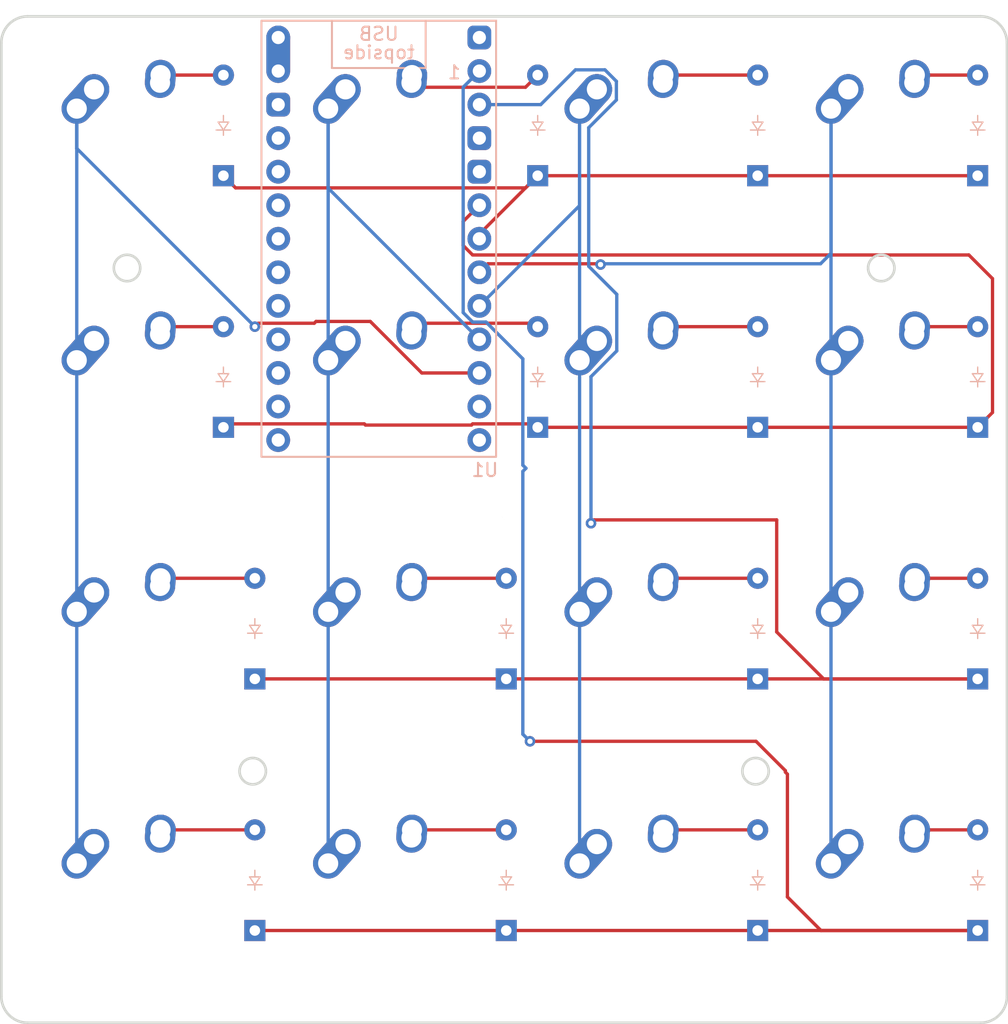
<source format=kicad_pcb>
(kicad_pcb (version 20241229) (generator "pcbnew") (generator_version "9.0")
  (layers (0 "F.Cu" signal) (2 "B.Cu" signal) (13 "F.Paste" user) (15 "B.Paste" user) (5 "F.SilkS" user "F.Silkscreen") (7 "B.SilkS" user "B.Silkscreen") (1 "F.Mask" user) (3 "B.Mask" user) (25 "Edge.Cuts" user))
  (net 0 "")
  (net 1 "Net-(D1-A)")
  (net 2 "Col 0")
  (net 3 "Net-(D2-A)")
  (net 4 "Col 1")
  (net 5 "Col 2")
  (net 6 "Net-(D3-A)")
  (net 7 "Col 3")
  (net 8 "Net-(D4-A)")
  (net 9 "Net-(D5-A)")
  (net 10 "Net-(D6-A)")
  (net 11 "Net-(D7-A)")
  (net 12 "Net-(D8-A)")
  (net 13 "Net-(D9-A)")
  (net 14 "Net-(D10-A)")
  (net 15 "Net-(D11-A)")
  (net 16 "Net-(D12-A)")
  (net 17 "Net-(D13-A)")
  (net 18 "Net-(D14-A)")
  (net 19 "Net-(D15-A)")
  (net 20 "Net-(D16-A)")
  (net 21 "Row 2")
  (net 22 "Row 3")
  (net 23 "Row 1")
  (net 24 "Row 0")
  (footprint "MX_Alps_Hybrid:MX-Alps-Hybrid-1U" (layer "F.Cu") (at 102.235 90.805)
    (property "Reference" "S16")
    (property "Value" "Keyswitch")
    (pad "" np_thru_hole circle (at -5.08 0 48.099) (size 1.7018 1.7018) (drill 1.7018) (layers "*.Cu" "*.Mask"))
    (pad "" np_thru_hole circle (at 0 0) (size 3.9878 3.9878) (drill 3.9878) (layers "*.Cu" "*.Mask"))
    (pad "" np_thru_hole circle (at 5.08 0 48.099) (size 1.7018 1.7018) (drill 1.7018) (layers "*.Cu" "*.Mask"))
    (pad "1" thru_hole oval (at -3.81 -2.54 48.099) (size 4.261556 2.3) (drill 1.524 (offset 0.980778 0)) (layers "*.Cu" "B.Mask") (net 7 "Col 3"))
    (pad "1" thru_hole circle (at -2.5 -4) (size 2.3 2.3) (drill 1.524) (layers "*.Cu" "B.Mask") (net 7 "Col 3"))
    (pad "2" thru_hole oval (at 2.5 -4.5 86.054) (size 2.881378 2.3) (drill 1.524 (offset 0.290689 0)) (layers "*.Cu" "B.Mask") (net 20 "Net-(D16-A)"))
    (pad "2" thru_hole circle (at 2.54 -5.08) (size 2.3 2.3) (drill 1.524) (layers "*.Cu" "B.Mask") (net 20 "Net-(D16-A)"))
  )
  (footprint "MX_Alps_Hybrid:MX-Alps-Hybrid-1U" (layer "F.Cu") (at 64.135 33.655)
    (property "Reference" "S2")
    (property "Value" "Keyswitch" (hide yes))
    (pad "" np_thru_hole circle (at -5.08 0 48.099) (size 1.7018 1.7018) (drill 1.7018) (layers "*.Cu" "*.Mask"))
    (pad "" np_thru_hole circle (at 0 0) (size 3.9878 3.9878) (drill 3.9878) (layers "*.Cu" "*.Mask"))
    (pad "" np_thru_hole circle (at 5.08 0 48.099) (size 1.7018 1.7018) (drill 1.7018) (layers "*.Cu" "*.Mask"))
    (pad "1" thru_hole oval (at -3.81 -2.54 48.099) (size 4.261556 2.3) (drill 1.524 (offset 0.980778 0)) (layers "*.Cu" "B.Mask") (net 4 "Col 1"))
    (pad "1" thru_hole circle (at -2.5 -4) (size 2.3 2.3) (drill 1.524) (layers "*.Cu" "B.Mask") (net 4 "Col 1"))
    (pad "2" thru_hole oval (at 2.5 -4.5 86.054) (size 2.881378 2.3) (drill 1.524 (offset 0.290689 0)) (layers "*.Cu" "B.Mask") (net 3 "Net-(D2-A)"))
    (pad "2" thru_hole circle (at 2.54 -5.08) (size 2.3 2.3) (drill 1.524) (layers "*.Cu" "B.Mask") (net 3 "Net-(D2-A)"))
  )
  (footprint "MX_Alps_Hybrid:MX-Alps-Hybrid-1U" (layer "F.Cu") (at 83.185 71.755)
    (property "Reference" "S11")
    (property "Value" "Keyswitch")
    (pad "" np_thru_hole circle (at -5.08 0 48.099) (size 1.7018 1.7018) (drill 1.7018) (layers "*.Cu" "*.Mask"))
    (pad "" np_thru_hole circle (at 0 0) (size 3.9878 3.9878) (drill 3.9878) (layers "*.Cu" "*.Mask"))
    (pad "" np_thru_hole circle (at 5.08 0 48.099) (size 1.7018 1.7018) (drill 1.7018) (layers "*.Cu" "*.Mask"))
    (pad "1" thru_hole oval (at -3.81 -2.54 48.099) (size 4.261556 2.3) (drill 1.524 (offset 0.980778 0)) (layers "*.Cu" "B.Mask") (net 5 "Col 2"))
    (pad "1" thru_hole circle (at -2.5 -4) (size 2.3 2.3) (drill 1.524) (layers "*.Cu" "B.Mask") (net 5 "Col 2"))
    (pad "2" thru_hole oval (at 2.5 -4.5 86.054) (size 2.881378 2.3) (drill 1.524 (offset 0.290689 0)) (layers "*.Cu" "B.Mask") (net 15 "Net-(D11-A)"))
    (pad "2" thru_hole circle (at 2.54 -5.08) (size 2.3 2.3) (drill 1.524) (layers "*.Cu" "B.Mask") (net 15 "Net-(D11-A)"))
  )
  (footprint "MX_Alps_Hybrid:MX-Alps-Hybrid-1U" (layer "F.Cu") (at 83.185 52.705)
    (property "Reference" "S7")
    (property "Value" "Keyswitch")
    (pad "" np_thru_hole circle (at -5.08 0 48.099) (size 1.7018 1.7018) (drill 1.7018) (layers "*.Cu" "*.Mask"))
    (pad "" np_thru_hole circle (at 0 0) (size 3.9878 3.9878) (drill 3.9878) (layers "*.Cu" "*.Mask"))
    (pad "" np_thru_hole circle (at 5.08 0 48.099) (size 1.7018 1.7018) (drill 1.7018) (layers "*.Cu" "*.Mask"))
    (pad "1" thru_hole oval (at -3.81 -2.54 48.099) (size 4.261556 2.3) (drill 1.524 (offset 0.980778 0)) (layers "*.Cu" "B.Mask") (net 5 "Col 2"))
    (pad "1" thru_hole circle (at -2.5 -4) (size 2.3 2.3) (drill 1.524) (layers "*.Cu" "B.Mask") (net 5 "Col 2"))
    (pad "2" thru_hole oval (at 2.5 -4.5 86.054) (size 2.881378 2.3) (drill 1.524 (offset 0.290689 0)) (layers "*.Cu" "B.Mask") (net 11 "Net-(D7-A)"))
    (pad "2" thru_hole circle (at 2.54 -5.08) (size 2.3 2.3) (drill 1.524) (layers "*.Cu" "B.Mask") (net 11 "Net-(D7-A)"))
  )
  (footprint "MX_Alps_Hybrid:MX-Alps-Hybrid-1U" (layer "F.Cu") (at 64.135 52.705)
    (property "Reference" "S6")
    (property "Value" "Keyswitch")
    (pad "" np_thru_hole circle (at -5.08 0 48.099) (size 1.7018 1.7018) (drill 1.7018) (layers "*.Cu" "*.Mask"))
    (pad "" np_thru_hole circle (at 0 0) (size 3.9878 3.9878) (drill 3.9878) (layers "*.Cu" "*.Mask"))
    (pad "" np_thru_hole circle (at 5.08 0 48.099) (size 1.7018 1.7018) (drill 1.7018) (layers "*.Cu" "*.Mask"))
    (pad "1" thru_hole oval (at -3.81 -2.54 48.099) (size 4.261556 2.3) (drill 1.524 (offset 0.980778 0)) (layers "*.Cu" "B.Mask") (net 4 "Col 1"))
    (pad "1" thru_hole circle (at -2.5 -4) (size 2.3 2.3) (drill 1.524) (layers "*.Cu" "B.Mask") (net 4 "Col 1"))
    (pad "2" thru_hole oval (at 2.5 -4.5 86.054) (size 2.881378 2.3) (drill 1.524 (offset 0.290689 0)) (layers "*.Cu" "B.Mask") (net 10 "Net-(D6-A)"))
    (pad "2" thru_hole circle (at 2.54 -5.08) (size 2.3 2.3) (drill 1.524) (layers "*.Cu" "B.Mask") (net 10 "Net-(D6-A)"))
  )
  (footprint "MX_Alps_Hybrid:MX-Alps-Hybrid-1U" (layer "F.Cu") (at 64.135 90.805)
    (property "Reference" "S14")
    (property "Value" "Keyswitch")
    (pad "" np_thru_hole circle (at -5.08 0 48.099) (size 1.7018 1.7018) (drill 1.7018) (layers "*.Cu" "*.Mask"))
    (pad "" np_thru_hole circle (at 0 0) (size 3.9878 3.9878) (drill 3.9878) (layers "*.Cu" "*.Mask"))
    (pad "" np_thru_hole circle (at 5.08 0 48.099) (size 1.7018 1.7018) (drill 1.7018) (layers "*.Cu" "*.Mask"))
    (pad "1" thru_hole oval (at -3.81 -2.54 48.099) (size 4.261556 2.3) (drill 1.524 (offset 0.980778 0)) (layers "*.Cu" "B.Mask") (net 4 "Col 1"))
    (pad "1" thru_hole circle (at -2.5 -4) (size 2.3 2.3) (drill 1.524) (layers "*.Cu" "B.Mask") (net 4 "Col 1"))
    (pad "2" thru_hole oval (at 2.5 -4.5 86.054) (size 2.881378 2.3) (drill 1.524 (offset 0.290689 0)) (layers "*.Cu" "B.Mask") (net 18 "Net-(D14-A)"))
    (pad "2" thru_hole circle (at 2.54 -5.08) (size 2.3 2.3) (drill 1.524) (layers "*.Cu" "B.Mask") (net 18 "Net-(D14-A)"))
  )
  (footprint "MX_Alps_Hybrid:MX-Alps-Hybrid-1U" (layer "F.Cu") (at 45.085 52.705)
    (property "Reference" "S5")
    (property "Value" "Keyswitch")
    (pad "" np_thru_hole circle (at -5.08 0 48.099) (size 1.7018 1.7018) (drill 1.7018) (layers "*.Cu" "*.Mask"))
    (pad "" np_thru_hole circle (at 0 0) (size 3.9878 3.9878) (drill 3.9878) (layers "*.Cu" "*.Mask"))
    (pad "" np_thru_hole circle (at 5.08 0 48.099) (size 1.7018 1.7018) (drill 1.7018) (layers "*.Cu" "*.Mask"))
    (pad "1" thru_hole oval (at -3.81 -2.54 48.099) (size 4.261556 2.3) (drill 1.524 (offset 0.980778 0)) (layers "*.Cu" "B.Mask") (net 2 "Col 0"))
    (pad "1" thru_hole circle (at -2.5 -4) (size 2.3 2.3) (drill 1.524) (layers "*.Cu" "B.Mask") (net 2 "Col 0"))
    (pad "2" thru_hole oval (at 2.5 -4.5 86.054) (size 2.881378 2.3) (drill 1.524 (offset 0.290689 0)) (layers "*.Cu" "B.Mask") (net 9 "Net-(D5-A)"))
    (pad "2" thru_hole circle (at 2.54 -5.08) (size 2.3 2.3) (drill 1.524) (layers "*.Cu" "B.Mask") (net 9 "Net-(D5-A)"))
  )
  (footprint "MX_Alps_Hybrid:MX-Alps-Hybrid-1U" (layer "F.Cu") (at 45.085 71.755)
    (property "Reference" "S9")
    (property "Value" "Keyswitch")
    (pad "" np_thru_hole circle (at -5.08 0 48.099) (size 1.7018 1.7018) (drill 1.7018) (layers "*.Cu" "*.Mask"))
    (pad "" np_thru_hole circle (at 0 0) (size 3.9878 3.9878) (drill 3.9878) (layers "*.Cu" "*.Mask"))
    (pad "" np_thru_hole circle (at 5.08 0 48.099) (size 1.7018 1.7018) (drill 1.7018) (layers "*.Cu" "*.Mask"))
    (pad "1" thru_hole oval (at -3.81 -2.54 48.099) (size 4.261556 2.3) (drill 1.524 (offset 0.980778 0)) (layers "*.Cu" "B.Mask") (net 2 "Col 0"))
    (pad "1" thru_hole circle (at -2.5 -4) (size 2.3 2.3) (drill 1.524) (layers "*.Cu" "B.Mask") (net 2 "Col 0"))
    (pad "2" thru_hole oval (at 2.5 -4.5 86.054) (size 2.881378 2.3) (drill 1.524 (offset 0.290689 0)) (layers "*.Cu" "B.Mask") (net 13 "Net-(D9-A)"))
    (pad "2" thru_hole circle (at 2.54 -5.08) (size 2.3 2.3) (drill 1.524) (layers "*.Cu" "B.Mask") (net 13 "Net-(D9-A)"))
  )
  (footprint "MX_Alps_Hybrid:MX-Alps-Hybrid-1U" (layer "F.Cu") (at 83.185 33.655)
    (property "Reference" "S3")
    (property "Value" "Keyswitch")
    (pad "" np_thru_hole circle (at -5.08 0 48.099) (size 1.7018 1.7018) (drill 1.7018) (layers "*.Cu" "*.Mask"))
    (pad "" np_thru_hole circle (at 0 0) (size 3.9878 3.9878) (drill 3.9878) (layers "*.Cu" "*.Mask"))
    (pad "" np_thru_hole circle (at 5.08 0 48.099) (size 1.7018 1.7018) (drill 1.7018) (layers "*.Cu" "*.Mask"))
    (pad "1" thru_hole oval (at -3.81 -2.54 48.099) (size 4.261556 2.3) (drill 1.524 (offset 0.980778 0)) (layers "*.Cu" "B.Mask") (net 5 "Col 2"))
    (pad "1" thru_hole circle (at -2.5 -4) (size 2.3 2.3) (drill 1.524) (layers "*.Cu" "B.Mask") (net 5 "Col 2"))
    (pad "2" thru_hole oval (at 2.5 -4.5 86.054) (size 2.881378 2.3) (drill 1.524 (offset 0.290689 0)) (layers "*.Cu" "B.Mask") (net 6 "Net-(D3-A)"))
    (pad "2" thru_hole circle (at 2.54 -5.08) (size 2.3 2.3) (drill 1.524) (layers "*.Cu" "B.Mask") (net 6 "Net-(D3-A)"))
  )
  (footprint "MX_Alps_Hybrid:MX-Alps-Hybrid-1U" (layer "F.Cu") (at 102.235 33.655)
    (property "Reference" "S4")
    (property "Value" "Keyswitch")
    (pad "" np_thru_hole circle (at -5.08 0 48.099) (size 1.7018 1.7018) (drill 1.7018) (layers "*.Cu" "*.Mask"))
    (pad "" np_thru_hole circle (at 0 0) (size 3.9878 3.9878) (drill 3.9878) (layers "*.Cu" "*.Mask"))
    (pad "" np_thru_hole circle (at 5.08 0 48.099) (size 1.7018 1.7018) (drill 1.7018) (layers "*.Cu" "*.Mask"))
    (pad "1" thru_hole oval (at -3.81 -2.54 48.099) (size 4.261556 2.3) (drill 1.524 (offset 0.980778 0)) (layers "*.Cu" "B.Mask") (net 7 "Col 3"))
    (pad "1" thru_hole circle (at -2.5 -4) (size 2.3 2.3) (drill 1.524) (layers "*.Cu" "B.Mask") (net 7 "Col 3"))
    (pad "2" thru_hole oval (at 2.5 -4.5 86.054) (size 2.881378 2.3) (drill 1.524 (offset 0.290689 0)) (layers "*.Cu" "B.Mask") (net 8 "Net-(D4-A)"))
    (pad "2" thru_hole circle (at 2.54 -5.08) (size 2.3 2.3) (drill 1.524) (layers "*.Cu" "B.Mask") (net 8 "Net-(D4-A)"))
  )
  (footprint "MX_Alps_Hybrid:MX-Alps-Hybrid-1U" (layer "F.Cu") (at 45.085 90.805)
    (property "Reference" "S13")
    (property "Value" "Keyswitch")
    (pad "" np_thru_hole circle (at -5.08 0 48.099) (size 1.7018 1.7018) (drill 1.7018) (layers "*.Cu" "*.Mask"))
    (pad "" np_thru_hole circle (at 0 0) (size 3.9878 3.9878) (drill 3.9878) (layers "*.Cu" "*.Mask"))
    (pad "" np_thru_hole circle (at 5.08 0 48.099) (size 1.7018 1.7018) (drill 1.7018) (layers "*.Cu" "*.Mask"))
    (pad "1" thru_hole oval (at -3.81 -2.54 48.099) (size 4.261556 2.3) (drill 1.524 (offset 0.980778 0)) (layers "*.Cu" "B.Mask") (net 2 "Col 0"))
    (pad "1" thru_hole circle (at -2.5 -4) (size 2.3 2.3) (drill 1.524) (layers "*.Cu" "B.Mask") (net 2 "Col 0"))
    (pad "2" thru_hole oval (at 2.5 -4.5 86.054) (size 2.881378 2.3) (drill 1.524 (offset 0.290689 0)) (layers "*.Cu" "B.Mask") (net 17 "Net-(D13-A)"))
    (pad "2" thru_hole circle (at 2.54 -5.08) (size 2.3 2.3) (drill 1.524) (layers "*.Cu" "B.Mask") (net 17 "Net-(D13-A)"))
  )
  (footprint "MX_Alps_Hybrid:MX-Alps-Hybrid-1U" (layer "F.Cu") (at 102.235 71.755)
    (property "Reference" "S12")
    (property "Value" "Keyswitch")
    (pad "" np_thru_hole circle (at -5.08 0 48.099) (size 1.7018 1.7018) (drill 1.7018) (layers "*.Cu" "*.Mask"))
    (pad "" np_thru_hole circle (at 0 0) (size 3.9878 3.9878) (drill 3.9878) (layers "*.Cu" "*.Mask"))
    (pad "" np_thru_hole circle (at 5.08 0 48.099) (size 1.7018 1.7018) (drill 1.7018) (layers "*.Cu" "*.Mask"))
    (pad "1" thru_hole oval (at -3.81 -2.54 48.099) (size 4.261556 2.3) (drill 1.524 (offset 0.980778 0)) (layers "*.Cu" "B.Mask") (net 7 "Col 3"))
    (pad "1" thru_hole circle (at -2.5 -4) (size 2.3 2.3) (drill 1.524) (layers "*.Cu" "B.Mask") (net 7 "Col 3"))
    (pad "2" thru_hole oval (at 2.5 -4.5 86.054) (size 2.881378 2.3) (drill 1.524 (offset 0.290689 0)) (layers "*.Cu" "B.Mask") (net 16 "Net-(D12-A)"))
    (pad "2" thru_hole circle (at 2.54 -5.08) (size 2.3 2.3) (drill 1.524) (layers "*.Cu" "B.Mask") (net 16 "Net-(D12-A)"))
  )
  (footprint "MX_Alps_Hybrid:MX-Alps-Hybrid-1U" (layer "F.Cu") (at 83.185 90.805)
    (property "Reference" "S15")
    (property "Value" "Keyswitch")
    (pad "" np_thru_hole circle (at -5.08 0 48.099) (size 1.7018 1.7018) (drill 1.7018) (layers "*.Cu" "*.Mask"))
    (pad "" np_thru_hole circle (at 0 0) (size 3.9878 3.9878) (drill 3.9878) (layers "*.Cu" "*.Mask"))
    (pad "" np_thru_hole circle (at 5.08 0 48.099) (size 1.7018 1.7018) (drill 1.7018) (layers "*.Cu" "*.Mask"))
    (pad "1" thru_hole oval (at -3.81 -2.54 48.099) (size 4.261556 2.3) (drill 1.524 (offset 0.980778 0)) (layers "*.Cu" "B.Mask") (net 5 "Col 2"))
    (pad "1" thru_hole circle (at -2.5 -4) (size 2.3 2.3) (drill 1.524) (layers "*.Cu" "B.Mask") (net 5 "Col 2"))
    (pad "2" thru_hole oval (at 2.5 -4.5 86.054) (size 2.881378 2.3) (drill 1.524 (offset 0.290689 0)) (layers "*.Cu" "B.Mask") (net 19 "Net-(D15-A)"))
    (pad "2" thru_hole circle (at 2.54 -5.08) (size 2.3 2.3) (drill 1.524) (layers "*.Cu" "B.Mask") (net 19 "Net-(D15-A)"))
  )
  (footprint "MX_Alps_Hybrid:MX-Alps-Hybrid-1U" (layer "F.Cu") (at 102.235 52.705)
    (property "Reference" "S8")
    (property "Value" "Keyswitch")
    (pad "" np_thru_hole circle (at -5.08 0 48.099) (size 1.7018 1.7018) (drill 1.7018) (layers "*.Cu" "*.Mask"))
    (pad "" np_thru_hole circle (at 0 0) (size 3.9878 3.9878) (drill 3.9878) (layers "*.Cu" "*.Mask"))
    (pad "" np_thru_hole circle (at 5.08 0 48.099) (size 1.7018 1.7018) (drill 1.7018) (layers "*.Cu" "*.Mask"))
    (pad "1" thru_hole oval (at -3.81 -2.54 48.099) (size 4.261556 2.3) (drill 1.524 (offset 0.980778 0)) (layers "*.Cu" "B.Mask") (net 7 "Col 3"))
    (pad "1" thru_hole circle (at -2.5 -4) (size 2.3 2.3) (drill 1.524) (layers "*.Cu" "B.Mask") (net 7 "Col 3"))
    (pad "2" thru_hole oval (at 2.5 -4.5 86.054) (size 2.881378 2.3) (drill 1.524 (offset 0.290689 0)) (layers "*.Cu" "B.Mask") (net 12 "Net-(D8-A)"))
    (pad "2" thru_hole circle (at 2.54 -5.08) (size 2.3 2.3) (drill 1.524) (layers "*.Cu" "B.Mask") (net 12 "Net-(D8-A)"))
  )
  (footprint "MX_Alps_Hybrid:MX-Alps-Hybrid-1U" (layer "F.Cu") (at 45.085 33.655)
    (property "Reference" "S1")
    (property "Value" "Keyswitch")
    (pad "" np_thru_hole circle (at -5.08 0 48.099) (size 1.7018 1.7018) (drill 1.7018) (layers "*.Cu" "*.Mask"))
    (pad "" np_thru_hole circle (at 0 0) (size 3.9878 3.9878) (drill 3.9878) (layers "*.Cu" "*.Mask"))
    (pad "" np_thru_hole circle (at 5.08 0 48.099) (size 1.7018 1.7018) (drill 1.7018) (layers "*.Cu" "*.Mask"))
    (pad "1" thru_hole oval (at -3.81 -2.54 48.099) (size 4.261556 2.3) (drill 1.524 (offset 0.980778 0)) (layers "*.Cu" "B.Mask") (net 2 "Col 0"))
    (pad "1" thru_hole circle (at -2.5 -4) (size 2.3 2.3) (drill 1.524) (layers "*.Cu" "B.Mask") (net 2 "Col 0"))
    (pad "2" thru_hole oval (at 2.5 -4.5 86.054) (size 2.881378 2.3) (drill 1.524 (offset 0.290689 0)) (layers "*.Cu" "B.Mask") (net 1 "Net-(D1-A)"))
    (pad "2" thru_hole circle (at 2.54 -5.08) (size 2.3 2.3) (drill 1.524) (layers "*.Cu" "B.Mask") (net 1 "Net-(D1-A)"))
  )
  (footprint "MX_Alps_Hybrid:MX-Alps-Hybrid-1U" (layer "F.Cu") (at 64.135 71.755)
    (property "Reference" "S10")
    (property "Value" "Keyswitch")
    (pad "" np_thru_hole circle (at -5.08 0 48.099) (size 1.7018 1.7018) (drill 1.7018) (layers "*.Cu" "*.Mask"))
    (pad "" np_thru_hole circle (at 0 0) (size 3.9878 3.9878) (drill 3.9878) (layers "*.Cu" "*.Mask"))
    (pad "" np_thru_hole circle (at 5.08 0 48.099) (size 1.7018 1.7018) (drill 1.7018) (layers "*.Cu" "*.Mask"))
    (pad "1" thru_hole oval (at -3.81 -2.54 48.099) (size 4.261556 2.3) (drill 1.524 (offset 0.980778 0)) (layers "*.Cu" "B.Mask") (net 4 "Col 1"))
    (pad "1" thru_hole circle (at -2.5 -4) (size 2.3 2.3) (drill 1.524) (layers "*.Cu" "B.Mask") (net 4 "Col 1"))
    (pad "2" thru_hole oval (at 2.5 -4.5 86.054) (size 2.881378 2.3) (drill 1.524 (offset 0.290689 0)) (layers "*.Cu" "B.Mask") (net 14 "Net-(D10-A)"))
    (pad "2" thru_hole circle (at 2.54 -5.08) (size 2.3 2.3) (drill 1.524) (layers "*.Cu" "B.Mask") (net 14 "Net-(D10-A)"))
  )
  (footprint "ScottoKeebs_Components:Diode_DO-35" (layer "B.Cu") (at 109.5375 93.345 90)
    (property "Reference" "D16" (hide yes))
    (property "Value" "Diode" (hide yes))
    (fp_line (start 4.06 -0.4) (end 3.46 0) (stroke (width 0.1)) (layer "B.SilkS"))
    (fp_line (start 4.06 0) (end 4.56 0) (stroke (width 0.1)) (layer "B.SilkS"))
    (fp_line (start 3.46 0) (end 4.06 0.4) (stroke (width 0.1)) (layer "B.SilkS"))
    (fp_line (start 3.06 0) (end 3.46 0) (stroke (width 0.1)) (layer "B.SilkS"))
    (fp_line (start 4.06 0.4) (end 4.06 -0.4) (stroke (width 0.1)) (layer "B.SilkS"))
    (fp_line (start 3.46 0.55) (end 3.46 -0.55) (stroke (width 0.1)) (layer "B.SilkS"))
    (pad "1" thru_hole rect (at 0 0 90) (size 1.6 1.6) (drill 0.8) (layers "*.Cu" "*.Mask") (net 22 "Row 3"))
    (pad "2" thru_hole oval (at 7.62 0 90) (size 1.6 1.6) (drill 0.8) (layers "*.Cu" "*.Mask") (net 20 "Net-(D16-A)"))
  )
  (footprint "ScottoKeebs_Components:Diode_DO-35" (layer "B.Cu") (at 109.5375 74.295 90)
    (property "Reference" "D12" (hide yes))
    (property "Value" "Diode" (hide yes))
    (fp_line (start 4.06 -0.4) (end 3.46 0) (stroke (width 0.1)) (layer "B.SilkS"))
    (fp_line (start 4.06 0) (end 4.56 0) (stroke (width 0.1)) (layer "B.SilkS"))
    (fp_line (start 3.46 0) (end 4.06 0.4) (stroke (width 0.1)) (layer "B.SilkS"))
    (fp_line (start 3.06 0) (end 3.46 0) (stroke (width 0.1)) (layer "B.SilkS"))
    (fp_line (start 4.06 0.4) (end 4.06 -0.4) (stroke (width 0.1)) (layer "B.SilkS"))
    (fp_line (start 3.46 0.55) (end 3.46 -0.55) (stroke (width 0.1)) (layer "B.SilkS"))
    (pad "1" thru_hole rect (at 0 0 90) (size 1.6 1.6) (drill 0.8) (layers "*.Cu" "*.Mask") (net 21 "Row 2"))
    (pad "2" thru_hole oval (at 7.62 0 90) (size 1.6 1.6) (drill 0.8) (layers "*.Cu" "*.Mask") (net 16 "Net-(D12-A)"))
  )
  (footprint "ScottoKeebs_Components:Diode_DO-35" (layer "B.Cu") (at 54.76875 74.295 90)
    (property "Reference" "D9" (hide yes))
    (property "Value" "Diode" (hide yes))
    (fp_line (start 4.06 -0.4) (end 3.46 0) (stroke (width 0.1)) (layer "B.SilkS"))
    (fp_line (start 4.06 0) (end 4.56 0) (stroke (width 0.1)) (layer "B.SilkS"))
    (fp_line (start 3.46 0) (end 4.06 0.4) (stroke (width 0.1)) (layer "B.SilkS"))
    (fp_line (start 3.06 0) (end 3.46 0) (stroke (width 0.1)) (layer "B.SilkS"))
    (fp_line (start 4.06 0.4) (end 4.06 -0.4) (stroke (width 0.1)) (layer "B.SilkS"))
    (fp_line (start 3.46 0.55) (end 3.46 -0.55) (stroke (width 0.1)) (layer "B.SilkS"))
    (pad "1" thru_hole rect (at 0 0 90) (size 1.6 1.6) (drill 0.8) (layers "*.Cu" "*.Mask") (net 21 "Row 2"))
    (pad "2" thru_hole oval (at 7.62 0 90) (size 1.6 1.6) (drill 0.8) (layers "*.Cu" "*.Mask") (net 13 "Net-(D9-A)"))
  )
  (footprint "ScottoKeebs_Components:Diode_DO-35" (layer "B.Cu") (at 109.5375 36.195 90)
    (property "Reference" "D4" (hide yes))
    (property "Value" "Diode" (hide yes))
    (fp_line (start 4.06 -0.4) (end 3.46 0) (stroke (width 0.1)) (layer "B.SilkS"))
    (fp_line (start 4.06 0) (end 4.56 0) (stroke (width 0.1)) (layer "B.SilkS"))
    (fp_line (start 3.46 0) (end 4.06 0.4) (stroke (width 0.1)) (layer "B.SilkS"))
    (fp_line (start 3.06 0) (end 3.46 0) (stroke (width 0.1)) (layer "B.SilkS"))
    (fp_line (start 4.06 0.4) (end 4.06 -0.4) (stroke (width 0.1)) (layer "B.SilkS"))
    (fp_line (start 3.46 0.55) (end 3.46 -0.55) (stroke (width 0.1)) (layer "B.SilkS"))
    (pad "1" thru_hole rect (at 0 0 90) (size 1.6 1.6) (drill 0.8) (layers "*.Cu" "*.Mask") (net 24 "Row 0"))
    (pad "2" thru_hole oval (at 7.62 0 90) (size 1.6 1.6) (drill 0.8) (layers "*.Cu" "*.Mask") (net 8 "Net-(D4-A)"))
  )
  (footprint "ScottoKeebs_Components:Diode_DO-35" (layer "B.Cu") (at 73.81875 74.295 90)
    (property "Reference" "D10" (hide yes))
    (property "Value" "Diode" (hide yes))
    (fp_line (start 4.06 -0.4) (end 3.46 0) (stroke (width 0.1)) (layer "B.SilkS"))
    (fp_line (start 4.06 0) (end 4.56 0) (stroke (width 0.1)) (layer "B.SilkS"))
    (fp_line (start 3.46 0) (end 4.06 0.4) (stroke (width 0.1)) (layer "B.SilkS"))
    (fp_line (start 3.06 0) (end 3.46 0) (stroke (width 0.1)) (layer "B.SilkS"))
    (fp_line (start 4.06 0.4) (end 4.06 -0.4) (stroke (width 0.1)) (layer "B.SilkS"))
    (fp_line (start 3.46 0.55) (end 3.46 -0.55) (stroke (width 0.1)) (layer "B.SilkS"))
    (pad "1" thru_hole rect (at 0 0 90) (size 1.6 1.6) (drill 0.8) (layers "*.Cu" "*.Mask") (net 21 "Row 2"))
    (pad "2" thru_hole oval (at 7.62 0 90) (size 1.6 1.6) (drill 0.8) (layers "*.Cu" "*.Mask") (net 14 "Net-(D10-A)"))
  )
  (footprint "ScottoKeebs_Components:Diode_DO-35" (layer "B.Cu") (at 52.3875 55.245 90)
    (property "Reference" "D5" (hide yes))
    (property "Value" "Diode" (hide yes))
    (fp_line (start 4.06 -0.4) (end 3.46 0) (stroke (width 0.1)) (layer "B.SilkS"))
    (fp_line (start 4.06 0) (end 4.56 0) (stroke (width 0.1)) (layer "B.SilkS"))
    (fp_line (start 3.46 0) (end 4.06 0.4) (stroke (width 0.1)) (layer "B.SilkS"))
    (fp_line (start 3.06 0) (end 3.46 0) (stroke (width 0.1)) (layer "B.SilkS"))
    (fp_line (start 4.06 0.4) (end 4.06 -0.4) (stroke (width 0.1)) (layer "B.SilkS"))
    (fp_line (start 3.46 0.55) (end 3.46 -0.55) (stroke (width 0.1)) (layer "B.SilkS"))
    (pad "1" thru_hole rect (at 0 0 90) (size 1.6 1.6) (drill 0.8) (layers "*.Cu" "*.Mask") (net 23 "Row 1"))
    (pad "2" thru_hole oval (at 7.62 0 90) (size 1.6 1.6) (drill 0.8) (layers "*.Cu" "*.Mask") (net 9 "Net-(D5-A)"))
  )
  (footprint "ScottoKeebs_Components:Diode_DO-35" (layer "B.Cu") (at 92.86875 74.295 90)
    (property "Reference" "D11" (hide yes))
    (property "Value" "Diode" (hide yes))
    (fp_line (start 4.06 -0.4) (end 3.46 0) (stroke (width 0.1)) (layer "B.SilkS"))
    (fp_line (start 4.06 0) (end 4.56 0) (stroke (width 0.1)) (layer "B.SilkS"))
    (fp_line (start 3.46 0) (end 4.06 0.4) (stroke (width 0.1)) (layer "B.SilkS"))
    (fp_line (start 3.06 0) (end 3.46 0) (stroke (width 0.1)) (layer "B.SilkS"))
    (fp_line (start 4.06 0.4) (end 4.06 -0.4) (stroke (width 0.1)) (layer "B.SilkS"))
    (fp_line (start 3.46 0.55) (end 3.46 -0.55) (stroke (width 0.1)) (layer "B.SilkS"))
    (pad "1" thru_hole rect (at 0 0 90) (size 1.6 1.6) (drill 0.8) (layers "*.Cu" "*.Mask") (net 21 "Row 2"))
    (pad "2" thru_hole oval (at 7.62 0 90) (size 1.6 1.6) (drill 0.8) (layers "*.Cu" "*.Mask") (net 15 "Net-(D11-A)"))
  )
  (footprint "ScottoKeebs_Components:Diode_DO-35" (layer "B.Cu") (at 76.2 36.195 90)
    (property "Reference" "D2" (hide yes))
    (property "Value" "Diode" (hide yes))
    (fp_line (start 4.06 -0.4) (end 3.46 0) (stroke (width 0.1)) (layer "B.SilkS"))
    (fp_line (start 4.06 0) (end 4.56 0) (stroke (width 0.1)) (layer "B.SilkS"))
    (fp_line (start 3.46 0) (end 4.06 0.4) (stroke (width 0.1)) (layer "B.SilkS"))
    (fp_line (start 3.06 0) (end 3.46 0) (stroke (width 0.1)) (layer "B.SilkS"))
    (fp_line (start 4.06 0.4) (end 4.06 -0.4) (stroke (width 0.1)) (layer "B.SilkS"))
    (fp_line (start 3.46 0.55) (end 3.46 -0.55) (stroke (width 0.1)) (layer "B.SilkS"))
    (pad "1" thru_hole rect (at 0 0 90) (size 1.6 1.6) (drill 0.8) (layers "*.Cu" "*.Mask") (net 24 "Row 0"))
    (pad "2" thru_hole oval (at 7.62 0 90) (size 1.6 1.6) (drill 0.8) (layers "*.Cu" "*.Mask") (net 3 "Net-(D2-A)"))
  )
  (footprint "ScottoKeebs_Components:Diode_DO-35" (layer "B.Cu") (at 92.86875 93.345 90)
    (property "Reference" "D15" (hide yes))
    (property "Value" "Diode" (hide yes))
    (fp_line (start 4.06 -0.4) (end 3.46 0) (stroke (width 0.1)) (layer "B.SilkS"))
    (fp_line (start 4.06 0) (end 4.56 0) (stroke (width 0.1)) (layer "B.SilkS"))
    (fp_line (start 3.46 0) (end 4.06 0.4) (stroke (width 0.1)) (layer "B.SilkS"))
    (fp_line (start 3.06 0) (end 3.46 0) (stroke (width 0.1)) (layer "B.SilkS"))
    (fp_line (start 4.06 0.4) (end 4.06 -0.4) (stroke (width 0.1)) (layer "B.SilkS"))
    (fp_line (start 3.46 0.55) (end 3.46 -0.55) (stroke (width 0.1)) (layer "B.SilkS"))
    (pad "1" thru_hole rect (at 0 0 90) (size 1.6 1.6) (drill 0.8) (layers "*.Cu" "*.Mask") (net 22 "Row 3"))
    (pad "2" thru_hole oval (at 7.62 0 90) (size 1.6 1.6) (drill 0.8) (layers "*.Cu" "*.Mask") (net 19 "Net-(D15-A)"))
  )
  (footprint "ScottoKeebs_Components:Diode_DO-35" (layer "B.Cu") (at 76.2 55.245 90)
    (property "Reference" "D6" (hide yes))
    (property "Value" "Diode" (hide yes))
    (fp_line (start 4.06 -0.4) (end 3.46 0) (stroke (width 0.1)) (layer "B.SilkS"))
    (fp_line (start 4.06 0) (end 4.56 0) (stroke (width 0.1)) (layer "B.SilkS"))
    (fp_line (start 3.46 0) (end 4.06 0.4) (stroke (width 0.1)) (layer "B.SilkS"))
    (fp_line (start 3.06 0) (end 3.46 0) (stroke (width 0.1)) (layer "B.SilkS"))
    (fp_line (start 4.06 0.4) (end 4.06 -0.4) (stroke (width 0.1)) (layer "B.SilkS"))
    (fp_line (start 3.46 0.55) (end 3.46 -0.55) (stroke (width 0.1)) (layer "B.SilkS"))
    (pad "1" thru_hole rect (at 0 0 90) (size 1.6 1.6) (drill 0.8) (layers "*.Cu" "*.Mask") (net 23 "Row 1"))
    (pad "2" thru_hole oval (at 7.62 0 90) (size 1.6 1.6) (drill 0.8) (layers "*.Cu" "*.Mask") (net 10 "Net-(D6-A)"))
  )
  (footprint "ScottoKeebs_Components:Diode_DO-35" (layer "B.Cu") (at 109.5375 55.245 90)
    (property "Reference" "D8" (hide yes))
    (property "Value" "Diode" (hide yes))
    (fp_line (start 4.06 -0.4) (end 3.46 0) (stroke (width 0.1)) (layer "B.SilkS"))
    (fp_line (start 4.06 0) (end 4.56 0) (stroke (width 0.1)) (layer "B.SilkS"))
    (fp_line (start 3.46 0) (end 4.06 0.4) (stroke (width 0.1)) (layer "B.SilkS"))
    (fp_line (start 3.06 0) (end 3.46 0) (stroke (width 0.1)) (layer "B.SilkS"))
    (fp_line (start 4.06 0.4) (end 4.06 -0.4) (stroke (width 0.1)) (layer "B.SilkS"))
    (fp_line (start 3.46 0.55) (end 3.46 -0.55) (stroke (width 0.1)) (layer "B.SilkS"))
    (pad "1" thru_hole rect (at 0 0 90) (size 1.6 1.6) (drill 0.8) (layers "*.Cu" "*.Mask") (net 23 "Row 1"))
    (pad "2" thru_hole oval (at 7.62 0 90) (size 1.6 1.6) (drill 0.8) (layers "*.Cu" "*.Mask") (net 12 "Net-(D8-A)"))
  )
  (footprint "ScottoKeebs_Components:Diode_DO-35" (layer "B.Cu") (at 92.86875 36.195 90)
    (property "Reference" "D3" (hide yes))
    (property "Value" "Diode" (hide yes))
    (fp_line (start 4.06 -0.4) (end 3.46 0) (stroke (width 0.1)) (layer "B.SilkS"))
    (fp_line (start 4.06 0) (end 4.56 0) (stroke (width 0.1)) (layer "B.SilkS"))
    (fp_line (start 3.46 0) (end 4.06 0.4) (stroke (width 0.1)) (layer "B.SilkS"))
    (fp_line (start 3.06 0) (end 3.46 0) (stroke (width 0.1)) (layer "B.SilkS"))
    (fp_line (start 4.06 0.4) (end 4.06 -0.4) (stroke (width 0.1)) (layer "B.SilkS"))
    (fp_line (start 3.46 0.55) (end 3.46 -0.55) (stroke (width 0.1)) (layer "B.SilkS"))
    (pad "1" thru_hole rect (at 0 0 90) (size 1.6 1.6) (drill 0.8) (layers "*.Cu" "*.Mask") (net 24 "Row 0"))
    (pad "2" thru_hole oval (at 7.62 0 90) (size 1.6 1.6) (drill 0.8) (layers "*.Cu" "*.Mask") (net 6 "Net-(D3-A)"))
  )
  (footprint "ScottoKeebs_Components:Diode_DO-35" (layer "B.Cu") (at 92.86875 55.245 90)
    (property "Reference" "D7" (hide yes))
    (property "Value" "Diode" (hide yes))
    (fp_line (start 4.06 -0.4) (end 3.46 0) (stroke (width 0.1)) (layer "B.SilkS"))
    (fp_line (start 4.06 0) (end 4.56 0) (stroke (width 0.1)) (layer "B.SilkS"))
    (fp_line (start 3.46 0) (end 4.06 0.4) (stroke (width 0.1)) (layer "B.SilkS"))
    (fp_line (start 3.06 0) (end 3.46 0) (stroke (width 0.1)) (layer "B.SilkS"))
    (fp_line (start 4.06 0.4) (end 4.06 -0.4) (stroke (width 0.1)) (layer "B.SilkS"))
    (fp_line (start 3.46 0.55) (end 3.46 -0.55) (stroke (width 0.1)) (layer "B.SilkS"))
    (pad "1" thru_hole rect (at 0 0 90) (size 1.6 1.6) (drill 0.8) (layers "*.Cu" "*.Mask") (net 23 "Row 1"))
    (pad "2" thru_hole oval (at 7.62 0 90) (size 1.6 1.6) (drill 0.8) (layers "*.Cu" "*.Mask") (net 11 "Net-(D7-A)"))
  )
  (footprint "ScottoKeebs_Components:Diode_DO-35" (layer "B.Cu") (at 52.3875 36.195 90)
    (property "Reference" "D1" (hide yes))
    (property "Value" "Diode" (hide yes))
    (fp_line (start 4.06 -0.4) (end 3.46 0) (stroke (width 0.1)) (layer "B.SilkS"))
    (fp_line (start 4.06 0) (end 4.56 0) (stroke (width 0.1)) (layer "B.SilkS"))
    (fp_line (start 3.46 0) (end 4.06 0.4) (stroke (width 0.1)) (layer "B.SilkS"))
    (fp_line (start 3.06 0) (end 3.46 0) (stroke (width 0.1)) (layer "B.SilkS"))
    (fp_line (start 4.06 0.4) (end 4.06 -0.4) (stroke (width 0.1)) (layer "B.SilkS"))
    (fp_line (start 3.46 0.55) (end 3.46 -0.55) (stroke (width 0.1)) (layer "B.SilkS"))
    (pad "1" thru_hole rect (at 0 0 90) (size 1.6 1.6) (drill 0.8) (layers "*.Cu" "*.Mask") (net 24 "Row 0"))
    (pad "2" thru_hole oval (at 7.62 0 90) (size 1.6 1.6) (drill 0.8) (layers "*.Cu" "*.Mask") (net 1 "Net-(D1-A)"))
  )
  (footprint "PCM_marbastlib-xp-promicroish:SuperMini_nRF52840_AH_USBup" (layer "B.Cu") (at 64.1604 42.2402 180)
    (property "Reference" "U1" (at -9.14 -16.24 0) (layer "B.SilkS") (effects (justify left mirror)))
    (property "Value" "SuperMini nRF52840")
    (fp_line (start 3.55 14.2) (end 3.55 17.78) (stroke (width 0.15)) (layer "B.SilkS"))
    (fp_line (start 3.55 14.2) (end -3.55 14.2) (stroke (width 0.15)) (layer "B.SilkS"))
    (fp_line (start -3.55 14.2) (end -3.55 17.78) (stroke (width 0.15)) (layer "B.SilkS"))
    (fp_rect (start -8.89 17.78) (end 8.89 -15.24) (stroke (width 0.15)) (fill no) (layer "B.SilkS"))
    (fp_text user "topside" (at 0 14.8 0) (layer "B.SilkS") (effects (justify bottom mirror)))
    (fp_text user "1" (at -5.715 13.2825 0) (layer "B.SilkS") (effects (justify bottom mirror)))
    (fp_text user "USB" (at 0 16.2 0) (layer "B.SilkS") (effects (justify bottom mirror)))
    (pad "1" thru_hole circle (at -7.62 13.97 180) (size 1.8 1.8) (drill 1) (layers "*.Cu" "F.Mask") (net 22 "Row 3"))
    (pad "2" thru_hole circle (at -7.62 11.43 180) (size 1.8 1.8) (drill 1) (layers "*.Cu" "F.Mask") (net 21 "Row 2"))
    (pad "3" thru_hole roundrect (at -7.62 8.89 180) (size 1.8 1.8) (drill 1) (layers "*.Cu" "F.Mask"))
    (pad "4" thru_hole roundrect (at -7.62 6.35 180) (size 1.8 1.8) (drill 1) (layers "*.Cu" "F.Mask"))
    (pad "5" thru_hole circle (at -7.62 3.81 180) (size 1.8 1.8) (drill 1) (layers "*.Cu" "F.Mask") (net 23 "Row 1"))
    (pad "6" thru_hole circle (at -7.62 1.27 180) (size 1.8 1.8) (drill 1) (layers "*.Cu" "F.Mask") (net 24 "Row 0"))
    (pad "7" thru_hole circle (at -7.62 -1.27 180) (size 1.8 1.8) (drill 1) (layers "*.Cu" "F.Mask") (net 7 "Col 3"))
    (pad "8" thru_hole circle (at -7.62 -3.81 180) (size 1.8 1.8) (drill 1) (layers "*.Cu" "F.Mask") (net 5 "Col 2"))
    (pad "9" thru_hole circle (at -7.62 -6.35 180) (size 1.8 1.8) (drill 1) (layers "*.Cu" "F.Mask") (net 4 "Col 1"))
    (pad "10" thru_hole circle (at -7.62 -8.89 180) (size 1.8 1.8) (drill 1) (layers "*.Cu" "F.Mask") (net 2 "Col 0"))
    (pad "11" thru_hole circle (at -7.62 -11.43 180) (size 1.8 1.8) (drill 1) (layers "*.Cu" "F.Mask"))
    (pad "12" thru_hole circle (at -7.62 -13.97 180) (size 1.8 1.8) (drill 1) (layers "*.Cu" "F.Mask"))
    (pad "13" thru_hole oval (at 7.62 13.97 180) (size 1.8 4.34) (drill 1 (offset 0 1.27)) (layers "*.Cu" "F.Mask"))
    (pad "14" thru_hole roundrect (at 7.62 11.43 180) (size 1.8 1.8) (drill 1) (layers "*.Cu" "F.Mask"))
    (pad "15" thru_hole circle (at 7.62 8.89 180) (size 1.8 1.8) (drill 1) (layers "*.Cu" "F.Mask"))
    (pad "16" thru_hole circle (at 7.62 6.35 180) (size 1.8 1.8) (drill 1) (layers "*.Cu" "F.Mask"))
    (pad "17" thru_hole circle (at 7.62 3.81 180) (size 1.8 1.8) (drill 1) (layers "*.Cu" "F.Mask"))
    (pad "18" thru_hole circle (at 7.62 1.27 180) (size 1.8 1.8) (drill 1) (layers "*.Cu" "F.Mask"))
    (pad "19" thru_hole circle (at 7.62 -1.27 180) (size 1.8 1.8) (drill 1) (layers "*.Cu" "F.Mask"))
    (pad "20" thru_hole circle (at 7.62 -3.81 180) (size 1.8 1.8) (drill 1) (layers "*.Cu" "F.Mask"))
    (pad "21" thru_hole circle (at 7.62 -6.35 180) (size 1.8 1.8) (drill 1) (layers "*.Cu" "F.Mask"))
    (pad "22" thru_hole circle (at 7.62 -8.89 180) (size 1.8 1.8) (drill 1) (layers "*.Cu" "F.Mask"))
    (pad "23" thru_hole circle (at 7.62 -11.43 180) (size 1.8 1.8) (drill 1) (layers "*.Cu" "F.Mask"))
    (pad "24" thru_hole circle (at 7.62 -13.97 180) (size 1.8 1.8) (drill 1) (layers "*.Cu" "F.Mask"))
    (pad "28" thru_hole roundrect (at -7.62 16.51 180) (size 1.8 1.8) (drill 1) (layers "*.Cu" "F.Mask"))
    (pad "29" thru_hole circle (at 7.62 16.51 180) (size 1.8 1.8) (drill 1) (layers "*.Cu" "F.Mask"))
  )
  (footprint "ScottoKeebs_Components:Diode_DO-35" (layer "B.Cu") (at 73.81875 93.345 90)
    (property "Reference" "D14" (hide yes))
    (property "Value" "Diode" (hide yes))
    (fp_line (start 4.06 -0.4) (end 3.46 0) (stroke (width 0.1)) (layer "B.SilkS"))
    (fp_line (start 4.06 0) (end 4.56 0) (stroke (width 0.1)) (layer "B.SilkS"))
    (fp_line (start 3.46 0) (end 4.06 0.4) (stroke (width 0.1)) (layer "B.SilkS"))
    (fp_line (start 3.06 0) (end 3.46 0) (stroke (width 0.1)) (layer "B.SilkS"))
    (fp_line (start 4.06 0.4) (end 4.06 -0.4) (stroke (width 0.1)) (layer "B.SilkS"))
    (fp_line (start 3.46 0.55) (end 3.46 -0.55) (stroke (width 0.1)) (layer "B.SilkS"))
    (pad "1" thru_hole rect (at 0 0 90) (size 1.6 1.6) (drill 0.8) (layers "*.Cu" "*.Mask") (net 22 "Row 3"))
    (pad "2" thru_hole oval (at 7.62 0 90) (size 1.6 1.6) (drill 0.8) (layers "*.Cu" "*.Mask") (net 18 "Net-(D14-A)"))
  )
  (footprint "ScottoKeebs_Components:Diode_DO-35" (layer "B.Cu") (at 54.76875 93.345 90)
    (property "Reference" "D13" (hide yes))
    (property "Value" "Diode" (hide yes))
    (fp_line (start 4.06 -0.4) (end 3.46 0) (stroke (width 0.1)) (layer "B.SilkS"))
    (fp_line (start 4.06 0) (end 4.56 0) (stroke (width 0.1)) (layer "B.SilkS"))
    (fp_line (start 3.46 0) (end 4.06 0.4) (stroke (width 0.1)) (layer "B.SilkS"))
    (fp_line (start 3.06 0) (end 3.46 0) (stroke (width 0.1)) (layer "B.SilkS"))
    (fp_line (start 4.06 0.4) (end 4.06 -0.4) (stroke (width 0.1)) (layer "B.SilkS"))
    (fp_line (start 3.46 0.55) (end 3.46 -0.55) (stroke (width 0.1)) (layer "B.SilkS"))
    (pad "1" thru_hole rect (at 0 0 90) (size 1.6 1.6) (drill 0.8) (layers "*.Cu" "*.Mask") (net 22 "Row 3"))
    (pad "2" thru_hole oval (at 7.62 0 90) (size 1.6 1.6) (drill 0.8) (layers "*.Cu" "*.Mask") (net 17 "Net-(D13-A)"))
  )
  (gr_line (start 109.758414 24.131586) (end 37.558412 24.131586) (stroke (width 0.2)) (layer "Edge.Cuts"))
  (gr_circle (center 73.5264 62.052198) (end 73.5364 62.052198) (stroke (width 0.0001)) (fill yes) (layer "Edge.Cuts"))
  (gr_circle (center 54.608414 81.281586) (end 55.608414 81.281586) (stroke (width 0.2)) (fill no) (layer "Edge.Cuts"))
  (gr_line (start 111.758414 98.331586) (end 111.758414 26.131586) (stroke (width 0.2)) (layer "Edge.Cuts"))
  (gr_line (start 35.558414 98.331588) (end 35.558414 26.131585) (stroke (width 0.2)) (layer "Edge.Cuts"))
  (gr_circle (center 73.658414 62.231586) (end 73.668414 62.231586) (stroke (width 0.0001)) (fill yes) (layer "Edge.Cuts"))
  (gr_arc (start 35.558414 26.131585) (mid 36.1442 24.717372) (end 37.558412 24.131586) (stroke (width 0.2)) (layer "Edge.Cuts"))
  (gr_circle (center 92.708414 81.281586) (end 93.708414 81.281586) (stroke (width 0.2)) (fill no) (layer "Edge.Cuts"))
  (gr_arc (start 109.758414 24.131586) (mid 111.172628 24.717372) (end 111.758414 26.131586) (stroke (width 0.2)) (layer "Edge.Cuts"))
  (gr_line (start 109.758414 100.331586) (end 37.558413 100.331586) (stroke (width 0.2)) (layer "Edge.Cuts"))
  (gr_circle (center 45.083414 43.181586) (end 46.083414 43.181586) (stroke (width 0.2)) (fill no) (layer "Edge.Cuts"))
  (gr_arc (start 111.758414 98.331586) (mid 111.172628 99.7458) (end 109.758414 100.331586) (stroke (width 0.2)) (layer "Edge.Cuts"))
  (gr_circle (center 102.233414 43.181586) (end 103.233414 43.181586) (stroke (width 0.2)) (fill no) (layer "Edge.Cuts"))
  (gr_arc (start 37.558413 100.331586) (mid 36.1442 99.7458) (end 35.558414 98.331588) (stroke (width 0.2)) (layer "Edge.Cuts"))
  (segment (start 47.585 29.155) (end 48.1734 29.7434) (width 0.25) (layer "F.Cu") (net 1))
  (segment (start 47.625 28.575) (end 52.3875 28.575) (width 0.25) (layer "F.Cu") (net 1))
  (segment (start 67.41827 51.1302) (end 71.7804 51.1302) (width 0.25) (layer "F.Cu") (net 2))
  (segment (start 54.76875 47.625) (end 55.02955 47.3642) (width 0.25) (layer "F.Cu") (net 2))
  (segment (start 63.51707 47.229) (end 67.41827 51.1302) (width 0.25) (layer "F.Cu") (net 2))
  (segment (start 59.40565 47.229) (end 63.51707 47.229) (width 0.25) (layer "F.Cu") (net 2))
  (segment (start 55.02955 47.3642) (end 59.27045 47.3642) (width 0.25) (layer "F.Cu") (net 2))
  (segment (start 59.27045 47.3642) (end 59.40565 47.229) (width 0.25) (layer "F.Cu") (net 2))
  (via (at 54.76875 47.625) (size 0.8) (drill 0.4) (layers "F.Cu" "B.Cu") (net 2))
  (segment (start 41.275 31.115) (end 41.275 34.13125) (width 0.25) (layer "B.Cu") (net 2))
  (segment (start 41.275 34.13125) (end 54.76875 47.625) (width 0.25) (layer "B.Cu") (net 2))
  (segment (start 41.275 31.115) (end 41.275 88.265) (width 0.25) (layer "B.Cu") (net 2))
  (segment (start 67.5962 29.4962) (end 75.2788 29.4962) (width 0.25) (layer "F.Cu") (net 3))
  (segment (start 66.675 28.575) (end 67.5962 29.4962) (width 0.25) (layer "F.Cu") (net 3))
  (segment (start 75.2788 29.4962) (end 76.2 28.575) (width 0.25) (layer "F.Cu") (net 3))
  (segment (start 60.325 31.115) (end 60.325 37.1348) (width 0.25) (layer "B.Cu") (net 4))
  (segment (start 60.325 37.1348) (end 71.7804 48.5902) (width 0.25) (layer "B.Cu") (net 4))
  (segment (start 60.325 31.115) (end 60.325 88.265) (width 0.25) (layer "B.Cu") (net 4))
  (segment (start 79.375 31.115) (end 79.375 88.265) (width 0.25) (layer "B.Cu") (net 5))
  (segment (start 79.375 31.115) (end 79.375 38.4556) (width 0.25) (layer "B.Cu") (net 5))
  (segment (start 79.375 38.4556) (end 71.7804 46.0502) (width 0.25) (layer "B.Cu") (net 5))
  (segment (start 85.725 28.575) (end 92.86875 28.575) (width 0.25) (layer "F.Cu") (net 6))
  (segment (start 80.9038 42.8625) (end 72.4281 42.8625) (width 0.25) (layer "F.Cu") (net 7))
  (segment (start 72.4281 42.8625) (end 71.7804 43.5102) (width 0.25) (layer "F.Cu") (net 7))
  (segment (start 80.9625 42.9212) (end 80.9038 42.8625) (width 0.25) (layer "F.Cu") (net 7))
  (via (at 80.9625 42.9212) (size 0.8) (drill 0.4) (layers "F.Cu" "B.Cu") (net 7))
  (segment (start 98.425 31.115) (end 98.425 88.265) (width 0.25) (layer "B.Cu") (net 7))
  (segment (start 98.425 31.115) (end 98.425 42.06875) (width 0.25) (layer "B.Cu") (net 7))
  (segment (start 98.425 42.06875) (end 97.63125 42.8625) (width 0.25) (layer "B.Cu") (net 7))
  (segment (start 97.63125 42.8625) (end 81.0212 42.8625) (width 0.25) (layer "B.Cu") (net 7))
  (segment (start 81.0212 42.8625) (end 80.9625 42.9212) (width 0.25) (layer "B.Cu") (net 7))
  (segment (start 104.775 28.575) (end 109.5375 28.575) (width 0.25) (layer "F.Cu") (net 8))
  (segment (start 47.625 47.625) (end 52.3875 47.625) (width 0.25) (layer "F.Cu") (net 9))
  (segment (start 47.585 48.205) (end 47.9702 48.5902) (width 0.25) (layer "F.Cu") (net 9))
  (segment (start 75.9392 47.3642) (end 76.2 47.625) (width 0.25) (layer "F.Cu") (net 10))
  (segment (start 66.9358 47.3642) (end 75.9392 47.3642) (width 0.25) (layer "F.Cu") (net 10))
  (segment (start 66.675 47.625) (end 66.9358 47.3642) (width 0.25) (layer "F.Cu") (net 10))
  (segment (start 85.725 47.625) (end 92.86875 47.625) (width 0.25) (layer "F.Cu") (net 11))
  (segment (start 104.775 47.625) (end 109.5375 47.625) (width 0.25) (layer "F.Cu") (net 12))
  (segment (start 47.585 67.255) (end 48.275 67.945) (width 0.25) (layer "F.Cu") (net 13))
  (segment (start 47.625 66.675) (end 54.76875 66.675) (width 0.25) (layer "F.Cu") (net 13))
  (segment (start 66.675 66.675) (end 73.81875 66.675) (width 0.25) (layer "F.Cu") (net 14))
  (segment (start 66.635 67.255) (end 67.0075 67.6275) (width 0.25) (layer "F.Cu") (net 14))
  (segment (start 85.725 66.675) (end 92.86875 66.675) (width 0.25) (layer "F.Cu") (net 15))
  (segment (start 104.775 66.675) (end 109.5375 66.675) (width 0.25) (layer "F.Cu") (net 16))
  (segment (start 47.585 86.305) (end 48.275 86.995) (width 0.25) (layer "F.Cu") (net 17))
  (segment (start 47.625 85.725) (end 54.76875 85.725) (width 0.25) (layer "F.Cu") (net 17))
  (segment (start 66.635 86.305) (end 67.0075 86.6775) (width 0.25) (layer "F.Cu") (net 18))
  (segment (start 66.675 85.725) (end 73.81875 85.725) (width 0.25) (layer "F.Cu") (net 18))
  (segment (start 85.685 86.305) (end 86.0575 86.6775) (width 0.25) (layer "F.Cu") (net 19))
  (segment (start 85.725 85.725) (end 92.86875 85.725) (width 0.25) (layer "F.Cu") (net 19))
  (segment (start 104.735 86.305) (end 105.1075 86.6775) (width 0.25) (layer "F.Cu") (net 20))
  (segment (start 104.775 85.725) (end 109.5375 85.725) (width 0.25) (layer "F.Cu") (net 20))
  (segment (start 73.81875 74.295) (end 92.86875 74.295) (width 0.25) (layer "F.Cu") (net 21))
  (segment (start 92.86875 74.295) (end 109.5375 74.295) (width 0.25) (layer "F.Cu") (net 21))
  (segment (start 54.76875 74.295) (end 73.81875 74.295) (width 0.25) (layer "F.Cu") (net 21))
  (segment (start 94.3102 70.739) (end 94.3102 62.2554) (width 0.25) (layer "F.Cu") (net 21))
  (segment (start 97.8662 74.295) (end 94.3102 70.739) (width 0.25) (layer "F.Cu") (net 21))
  (segment (start 94.3102 62.2554) (end 80.4926 62.2554) (width 0.25) (layer "F.Cu") (net 21))
  (segment (start 109.5375 74.295) (end 97.8662 74.295) (width 0.25) (layer "F.Cu") (net 21))
  (segment (start 80.4926 62.2554) (end 80.2386 62.5094) (width 0.25) (layer "F.Cu") (net 21))
  (via (at 80.2386 62.5094) (size 0.8) (drill 0.4) (layers "F.Cu" "B.Cu") (net 21))
  (segment (start 82.19191 49.459318) (end 82.19191 45.17733) (width 0.25) (layer "B.Cu") (net 21))
  (segment (start 80.2386 51.412628) (end 82.19191 49.459318) (width 0.25) (layer "B.Cu") (net 21))
  (segment (start 80.06528 32.555789) (end 82.161 30.460069) (width 0.25) (layer "B.Cu") (net 21))
  (segment (start 76.4286 30.8102) (end 71.7804 30.8102) (width 0.25) (layer "B.Cu") (net 21))
  (segment (start 82.161 29.04362) (end 81.29638 28.179) (width 0.25) (layer "B.Cu") (net 21))
  (segment (start 82.161 30.460069) (end 82.161 29.04362) (width 0.25) (layer "B.Cu") (net 21))
  (segment (start 80.2386 62.5094) (end 80.2386 51.412628) (width 0.25) (layer "B.Cu") (net 21))
  (segment (start 82.19191 45.17733) (end 80.06528 43.0507) (width 0.25) (layer "B.Cu") (net 21))
  (segment (start 80.06528 43.0507) (end 80.06528 32.555789) (width 0.25) (layer "B.Cu") (net 21))
  (segment (start 81.29638 28.179) (end 79.0598 28.179) (width 0.25) (layer "B.Cu") (net 21))
  (segment (start 79.0598 28.179) (end 76.4286 30.8102) (width 0.25) (layer "B.Cu") (net 21))
  (segment (start 92.74574 79.0194) (end 75.6158 79.0194) (width 0.25) (layer "F.Cu") (net 22))
  (segment (start 97.663 93.345) (end 95.123 90.805) (width 0.25) (layer "F.Cu") (net 22))
  (segment (start 54.76875 93.345) (end 73.81875 93.345) (width 0.25) (layer "F.Cu") (net 22))
  (segment (start 92.86875 93.345) (end 109.5375 93.345) (width 0.25) (layer "F.Cu") (net 22))
  (segment (start 92.86875 93.345) (end 73.81875 93.345) (width 0.25) (layer "F.Cu") (net 22))
  (segment (start 94.9706 81.3562) (end 94.9706 81.24426) (width 0.25) (layer "F.Cu") (net 22))
  (segment (start 94.9706 81.24426) (end 92.74574 79.0194) (width 0.25) (layer "F.Cu") (net 22))
  (segment (start 109.5375 93.345) (end 97.663 93.345) (width 0.25) (layer "F.Cu") (net 22))
  (segment (start 95.123 90.805) (end 95.123 81.5086) (width 0.25) (layer "F.Cu") (net 22))
  (segment (start 95.123 81.5086) (end 94.9706 81.3562) (width 0.25) (layer "F.Cu") (net 22))
  (via (at 75.6158 79.0194) (size 0.8) (drill 0.4) (layers "F.Cu" "B.Cu") (net 22))
  (segment (start 75.6158 79.0194) (end 75.074 78.4776) (width 0.25) (layer "B.Cu") (net 22))
  (segment (start 75.074 58.1068) (end 75.074 50.061974) (width 0.25) (layer "B.Cu") (net 22))
  (segment (start 75.074 58.5808) (end 75.311 58.3438) (width 0.25) (layer "B.Cu") (net 22))
  (segment (start 70.5544 29.4962) (end 71.7804 28.2702) (width 0.25) (layer "B.Cu") (net 22))
  (segment (start 75.311 58.3438) (end 75.074 58.1068) (width 0.25) (layer "B.Cu") (net 22))
  (segment (start 72.288226 47.2762) (end 71.272574 47.2762) (width 0.25) (layer "B.Cu") (net 22))
  (segment (start 75.074 50.061974) (end 72.288226 47.2762) (width 0.25) (layer "B.Cu") (net 22))
  (segment (start 70.5544 46.558026) (end 70.5544 29.4962) (width 0.25) (layer "B.Cu") (net 22))
  (segment (start 71.272574 47.2762) (end 70.5544 46.558026) (width 0.25) (layer "B.Cu") (net 22))
  (segment (start 75.074 78.4776) (end 75.074 58.5808) (width 0.25) (layer "B.Cu") (net 22))
  (segment (start 76.2 55.245) (end 92.86875 55.245) (width 0.25) (layer "F.Cu") (net 23))
  (segment (start 109.5375 55.245) (end 110.6635 54.119) (width 0.25) (layer "F.Cu") (net 23))
  (segment (start 63.153355 55.0749) (end 71.181874 55.0749) (width 0.25) (layer "F.Cu") (net 23))
  (segment (start 70.5544 41.478026) (end 70.5544 39.6562) (width 0.25) (layer "F.Cu") (net 23))
  (segment (start 52.3875 55.245) (end 52.6483 54.9842) (width 0.25) (layer "F.Cu") (net 23))
  (segment (start 63.062655 54.9842) (end 63.153355 55.0749) (width 0.25) (layer "F.Cu") (net 23))
  (segment (start 52.6483 54.9842) (end 63.062655 54.9842) (width 0.25) (layer "F.Cu") (net 23))
  (segment (start 70.5544 39.6562) (end 71.7804 38.4302) (width 0.25) (layer "F.Cu") (net 23))
  (segment (start 75.9392 54.9842) (end 76.2 55.245) (width 0.25) (layer "F.Cu") (net 23))
  (segment (start 71.272574 42.1962) (end 70.5544 41.478026) (width 0.25) (layer "F.Cu") (net 23))
  (segment (start 92.86875 55.245) (end 109.5375 55.245) (width 0.25) (layer "F.Cu") (net 23))
  (segment (start 71.272574 54.9842) (end 75.9392 54.9842) (width 0.25) (layer "F.Cu") (net 23))
  (segment (start 110.6635 54.119) (end 110.6635 43.9885) (width 0.25) (layer "F.Cu") (net 23))
  (segment (start 71.181874 55.0749) (end 71.272574 54.9842) (width 0.25) (layer "F.Cu") (net 23))
  (segment (start 108.8712 42.1962) (end 71.272574 42.1962) (width 0.25) (layer "F.Cu") (net 23))
  (segment (start 110.6635 43.9885) (end 108.8712 42.1962) (width 0.25) (layer "F.Cu") (net 23))
  (segment (start 76.2 36.195) (end 92.86875 36.195) (width 0.25) (layer "F.Cu") (net 24))
  (segment (start 76.2 36.195) (end 71.7804 40.6146) (width 0.25) (layer "F.Cu") (net 24))
  (segment (start 71.7804 40.6146) (end 71.7804 40.9702) (width 0.25) (layer "F.Cu") (net 24))
  (segment (start 92.86875 36.195) (end 109.5375 36.195) (width 0.25) (layer "F.Cu") (net 24))
  (segment (start 52.3875 36.195) (end 53.3087 37.1162) (width 0.25) (layer "F.Cu") (net 24))
  (segment (start 53.3087 37.1162) (end 75.2788 37.1162) (width 0.25) (layer "F.Cu") (net 24))
  (segment (start 75.2788 37.1162) (end 76.2 36.195) (width 0.25) (layer "F.Cu") (net 24))
)
</source>
